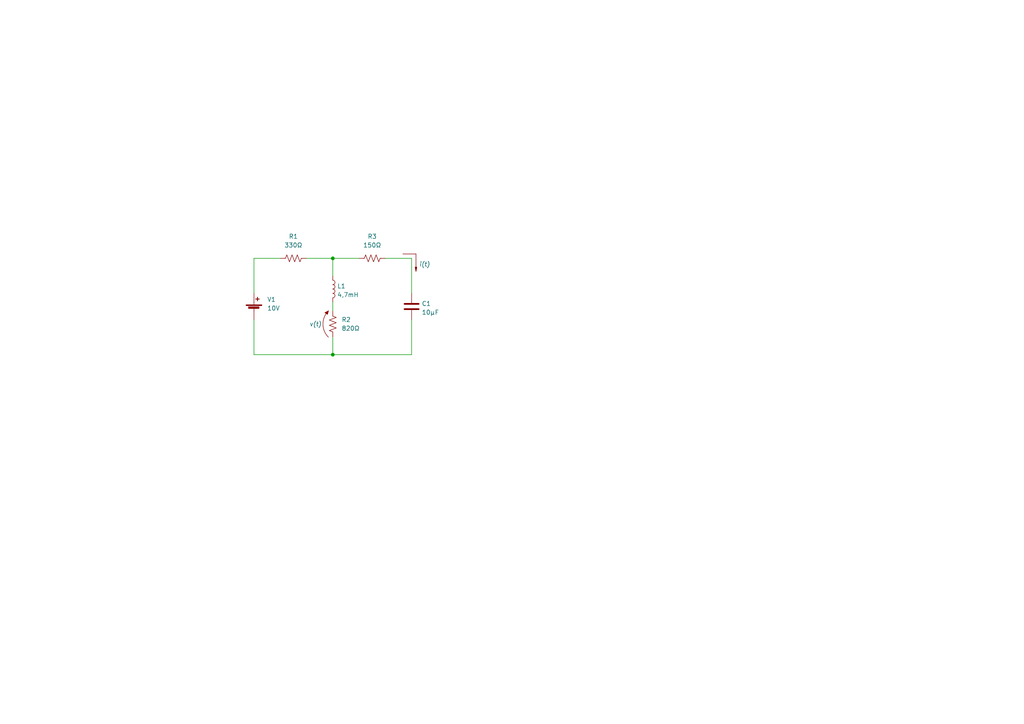
<source format=kicad_sch>
(kicad_sch (version 20211123) (generator eeschema)
  (paper "A4")
  (lib_symbols
    (symbol "Device:C" (pin_numbers hide) (pin_names (offset 0.254))
      (property "Reference" "C" (at 0.635 2.54 0))
      (property "Value" "C" (at 0.635 -2.54 0))
      (symbol "C_0_1"
        (polyline (pts (xy -2.032 -0.762) (xy 2.032 -0.762)) (stroke (width 0.508)))
        (polyline (pts (xy -2.032 0.762) (xy 2.032 0.762)) (stroke (width 0.508)))
      )
      (symbol "C_1_1"
        (pin passive line (at 0 3.81 270) (length 2.794) (name "~") (number "1"))
        (pin passive line (at 0 -3.81 90) (length 2.794) (name "~") (number "2"))
      )
    )
    (symbol "Device:L" (pin_numbers hide) (pin_names (offset 1.016) hide)
      (property "Reference" "L" (at -1.27 0 90))
      (property "Value" "L" (at 1.905 0 90))
      (symbol "L_0_1"
        (arc (start 0 -2.54) (mid 0.635 -1.905) (end 0 -1.27))
        (arc (start 0 -1.27) (mid 0.635 -0.635) (end 0 0))
        (arc (start 0 0) (mid 0.635 0.635) (end 0 1.27))
        (arc (start 0 1.27) (mid 0.635 1.905) (end 0 2.54))
      )
      (symbol "L_1_1"
        (pin passive line (at 0 3.81 270) (length 1.27) (name "1") (number "1"))
        (pin passive line (at 0 -3.81 90) (length 1.27) (name "2") (number "2"))
      )
    )
    (symbol "Device:R_US" (pin_numbers hide) (pin_names (offset 0))
      (property "Reference" "R" (at 2.54 0 90))
      (property "Value" "R_US" (at -2.54 0 90))
      (symbol "R_US_0_1"
        (polyline (pts (xy 0 -2.286) (xy 0 -2.54)))
        (polyline (pts (xy 0 2.286) (xy 0 2.54)))
        (polyline (pts (xy 0 -0.762) (xy 1.016 -1.143) (xy 0 -1.524) (xy -1.016 -1.905) (xy 0 -2.286)))
        (polyline (pts (xy 0 0.762) (xy 1.016 0.381) (xy 0 0) (xy -1.016 -0.381) (xy 0 -0.762)))
        (polyline (pts (xy 0 2.286) (xy 1.016 1.905) (xy 0 1.524) (xy -1.016 1.143) (xy 0 0.762)))
      )
      (symbol "R_US_1_1"
        (pin passive line (at 0 3.81 270) (length 1.27) (name "~") (number "1"))
        (pin passive line (at 0 -3.81 90) (length 1.27) (name "~") (number "2"))
      )
    )
    (symbol "Personalizados:fonte_tensao" (pin_numbers hide) (pin_names (offset 0) hide)
      (property "Reference" "V" (at 2.54 2.54 0))
      (symbol "fonte_tensao_0_1"
        (rectangle (start -2.286 1.778) (end 2.286 1.524) (fill (type outline)))
        (rectangle (start -1.5748 1.1938) (end 1.4732 0.6858) (fill (type outline)))
        (polyline (pts (xy 0 0.762) (xy 0 0)))
        (polyline (pts (xy 0 1.778) (xy 0 2.54)))
        (polyline (pts (xy 0.508 3.429) (xy 1.524 3.429)) (stroke (width 0.254)))
        (polyline (pts (xy 1.016 3.937) (xy 1.016 2.921)) (stroke (width 0.254)))
      )
      (symbol "fonte_tensao_1_1"
        (pin passive line (at 0 5.08 270) (length 2.54) (name "+") (number "1"))
        (pin passive line (at 0 -2.54 90) (length 2.54) (name "-") (number "2"))
      )
    )
    (symbol "Personalizados:seta_corrente_canto" (pin_names (offset 1.016))
      (property "Reference" "I" (at 1.905 1.27 0))
      (symbol "seta_corrente_canto_0_1"
        (polyline (pts (xy 0 0) (xy 0 -3.81)))
      )
      (symbol "seta_corrente_canto_1_1"
        (polyline (pts (xy 4.064 0) (xy 0 0)))
        (polyline (pts (xy 5.08 0) (xy 3.81 -0.254) (xy 3.81 0.254) (xy 5.08 0)) (fill (type outline)))
      )
    )
    (symbol "Personalizados:seta_tensao_longa" (pin_names (offset 1.016))
      (property "Reference" "V" (at -2.54 0 0))
      (symbol "seta_tensao_longa_0_1"
        (polyline (pts (xy 0 3.81) (xy -1.016 3.302) (xy -0.254 2.794) (xy 0 3.81)) (fill (type outline)))
        (arc (start 0 3.81) (mid -1.5782 0) (end 0 -3.81))
      )
    )
  )
  (junction (at 96.52 102.87))
  (junction (at 96.52 74.93))
  (wire (pts (xy 119.38 92.71) (xy 119.38 102.87)))
  (wire (pts (xy 96.52 102.87) (xy 73.66 102.87)))
  (wire (pts (xy 96.52 87.63) (xy 96.52 90.17)))
  (wire (pts (xy 96.52 74.93) (xy 96.52 80.01)))
  (wire (pts (xy 73.66 74.93) (xy 81.28 74.93)))
  (wire (pts (xy 111.76 74.93) (xy 119.38 74.93)))
  (wire (pts (xy 96.52 74.93) (xy 104.14 74.93)))
  (wire (pts (xy 96.52 102.87) (xy 119.38 102.87)))
  (wire (pts (xy 88.9 74.93) (xy 96.52 74.93)))
  (wire (pts (xy 73.66 102.87) (xy 73.66 92.71)))
  (wire (pts (xy 73.66 85.09) (xy 73.66 74.93)))
  (wire (pts (xy 119.38 74.93) (xy 119.38 85.09)))
  (wire (pts (xy 96.52 97.79) (xy 96.52 102.87)))
  (symbol (lib_id "Device:L") (at 96.52 83.82 0) (unit 1)
    (property "Reference" "L1" (at 97.79 82.9853 0) (effects (justify left)))
    (property "Value" "4,7mH" (at 97.79 85.5222 0) (effects (justify left)))
  )
  (symbol (lib_id "Device:R_US") (at 85.09 74.93 90) (unit 1)
    (property "Reference" "R1" (at 85.09 68.58 90))
    (property "Value" "330Ω" (at 85.09 71.12 90))
  )
  (symbol (lib_id "Personalizados:seta_corrente_canto") (at 120.65 73.66 270) (unit 1)
    (property "Reference" "I?" (effects hide))
    (property "Value" "i(t)" (at 121.539 76.6338 90) (effects (font italic) (justify left)))
  )
  (symbol (lib_id "Device:R_US") (at 96.52 93.98 180) (unit 1)
    (property "Reference" "R2" (at 99.06 92.7099 0) (effects (justify right)))
    (property "Value" "820Ω" (at 99.06 95.2499 0) (effects (justify right)))
  )
  (symbol (lib_id "Device:R_US") (at 107.95 74.93 90) (unit 1)
    (property "Reference" "R3" (at 107.95 68.58 90))
    (property "Value" "150Ω" (at 107.95 71.12 90))
  )
  (symbol (lib_id "Personalizados:fonte_tensao") (at 73.66 90.17 0) (unit 1)
    (property "Reference" "V1" (at 77.47 86.8679 0) (effects (justify left)))
    (property "Value" "10V" (at 77.47 89.4079 0) (effects (justify left)))
  )
  (symbol (lib_id "Personalizados:seta_tensao_longa") (at 95.25 93.98 0) (unit 1)
    (property "Reference" "V?" (effects hide))
    (property "Value" "v(t)" (at 91.44 93.98 0) (effects (font italic)))
  )
  (symbol (lib_id "Device:C") (at 119.38 88.9 0) (unit 1)
    (property "Reference" "C1" (at 122.301 88.0653 0) (effects (justify left)))
    (property "Value" "10μF" (at 122.301 90.6022 0) (effects (justify left)))
  )
)
</source>
